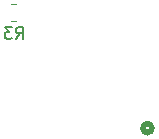
<source format=gbr>
%TF.GenerationSoftware,KiCad,Pcbnew,7.0.10-7.0.10~ubuntu22.04.1*%
%TF.CreationDate,2024-11-26T00:39:38-05:00*%
%TF.ProjectId,Chimera,4368696d-6572-4612-9e6b-696361645f70,rev?*%
%TF.SameCoordinates,Original*%
%TF.FileFunction,Legend,Bot*%
%TF.FilePolarity,Positive*%
%FSLAX46Y46*%
G04 Gerber Fmt 4.6, Leading zero omitted, Abs format (unit mm)*
G04 Created by KiCad (PCBNEW 7.0.10-7.0.10~ubuntu22.04.1) date 2024-11-26 00:39:38*
%MOMM*%
%LPD*%
G01*
G04 APERTURE LIST*
%ADD10C,0.150000*%
%ADD11C,0.508000*%
%ADD12C,0.120000*%
G04 APERTURE END LIST*
D10*
X122966666Y-65204819D02*
X123299999Y-64728628D01*
X123538094Y-65204819D02*
X123538094Y-64204819D01*
X123538094Y-64204819D02*
X123157142Y-64204819D01*
X123157142Y-64204819D02*
X123061904Y-64252438D01*
X123061904Y-64252438D02*
X123014285Y-64300057D01*
X123014285Y-64300057D02*
X122966666Y-64395295D01*
X122966666Y-64395295D02*
X122966666Y-64538152D01*
X122966666Y-64538152D02*
X123014285Y-64633390D01*
X123014285Y-64633390D02*
X123061904Y-64681009D01*
X123061904Y-64681009D02*
X123157142Y-64728628D01*
X123157142Y-64728628D02*
X123538094Y-64728628D01*
X122633332Y-64204819D02*
X122014285Y-64204819D01*
X122014285Y-64204819D02*
X122347618Y-64585771D01*
X122347618Y-64585771D02*
X122204761Y-64585771D01*
X122204761Y-64585771D02*
X122109523Y-64633390D01*
X122109523Y-64633390D02*
X122061904Y-64681009D01*
X122061904Y-64681009D02*
X122014285Y-64776247D01*
X122014285Y-64776247D02*
X122014285Y-65014342D01*
X122014285Y-65014342D02*
X122061904Y-65109580D01*
X122061904Y-65109580D02*
X122109523Y-65157200D01*
X122109523Y-65157200D02*
X122204761Y-65204819D01*
X122204761Y-65204819D02*
X122490475Y-65204819D01*
X122490475Y-65204819D02*
X122585713Y-65157200D01*
X122585713Y-65157200D02*
X122633332Y-65109580D01*
D11*
%TO.C,SW1*%
X134481000Y-72769700D02*
G75*
G03*
X133719000Y-72769700I-381000J0D01*
G01*
X133719000Y-72769700D02*
G75*
G03*
X134481000Y-72769700I381000J0D01*
G01*
D12*
%TO.C,R3*%
X123014564Y-63685000D02*
X122560436Y-63685000D01*
X123014564Y-62215000D02*
X122560436Y-62215000D01*
%TD*%
M02*

</source>
